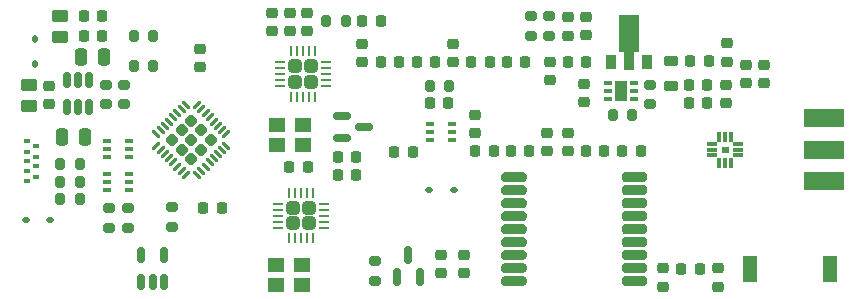
<source format=gbr>
%TF.GenerationSoftware,KiCad,Pcbnew,7.0.5-0*%
%TF.CreationDate,2024-01-25T09:03:23-08:00*%
%TF.ProjectId,transponder-11.9.0,7472616e-7370-46f6-9e64-65722d31312e,rev?*%
%TF.SameCoordinates,Original*%
%TF.FileFunction,Paste,Top*%
%TF.FilePolarity,Positive*%
%FSLAX46Y46*%
G04 Gerber Fmt 4.6, Leading zero omitted, Abs format (unit mm)*
G04 Created by KiCad (PCBNEW 7.0.5-0) date 2024-01-25 09:03:23*
%MOMM*%
%LPD*%
G01*
G04 APERTURE LIST*
G04 Aperture macros list*
%AMRoundRect*
0 Rectangle with rounded corners*
0 $1 Rounding radius*
0 $2 $3 $4 $5 $6 $7 $8 $9 X,Y pos of 4 corners*
0 Add a 4 corners polygon primitive as box body*
4,1,4,$2,$3,$4,$5,$6,$7,$8,$9,$2,$3,0*
0 Add four circle primitives for the rounded corners*
1,1,$1+$1,$2,$3*
1,1,$1+$1,$4,$5*
1,1,$1+$1,$6,$7*
1,1,$1+$1,$8,$9*
0 Add four rect primitives between the rounded corners*
20,1,$1+$1,$2,$3,$4,$5,0*
20,1,$1+$1,$4,$5,$6,$7,0*
20,1,$1+$1,$6,$7,$8,$9,0*
20,1,$1+$1,$8,$9,$2,$3,0*%
%AMFreePoly0*
4,1,9,3.862500,-0.866500,0.737500,-0.866500,0.737500,-0.450000,-0.737500,-0.450000,-0.737500,0.450000,0.737500,0.450000,0.737500,0.866500,3.862500,0.866500,3.862500,-0.866500,3.862500,-0.866500,$1*%
G04 Aperture macros list end*
%ADD10C,0.010000*%
%ADD11C,0.000100*%
%ADD12RoundRect,0.225000X-0.250000X0.225000X-0.250000X-0.225000X0.250000X-0.225000X0.250000X0.225000X0*%
%ADD13R,0.650000X0.400000*%
%ADD14R,0.650000X0.350000*%
%ADD15R,1.100000X1.700000*%
%ADD16RoundRect,0.225000X0.250000X-0.225000X0.250000X0.225000X-0.250000X0.225000X-0.250000X-0.225000X0*%
%ADD17RoundRect,0.225000X-0.225000X-0.250000X0.225000X-0.250000X0.225000X0.250000X-0.225000X0.250000X0*%
%ADD18RoundRect,0.250000X-0.450000X0.262500X-0.450000X-0.262500X0.450000X-0.262500X0.450000X0.262500X0*%
%ADD19RoundRect,0.006600X0.393400X0.103400X-0.393400X0.103400X-0.393400X-0.103400X0.393400X-0.103400X0*%
%ADD20RoundRect,0.017600X0.092400X0.382400X-0.092400X0.382400X-0.092400X-0.382400X0.092400X-0.382400X0*%
%ADD21RoundRect,0.225000X0.225000X0.250000X-0.225000X0.250000X-0.225000X-0.250000X0.225000X-0.250000X0*%
%ADD22RoundRect,0.218750X0.381250X-0.218750X0.381250X0.218750X-0.381250X0.218750X-0.381250X-0.218750X0*%
%ADD23RoundRect,0.200000X0.275000X-0.200000X0.275000X0.200000X-0.275000X0.200000X-0.275000X-0.200000X0*%
%ADD24R,1.400000X1.200000*%
%ADD25RoundRect,0.218750X0.256250X-0.218750X0.256250X0.218750X-0.256250X0.218750X-0.256250X-0.218750X0*%
%ADD26RoundRect,0.218750X-0.218750X-0.256250X0.218750X-0.256250X0.218750X0.256250X-0.218750X0.256250X0*%
%ADD27RoundRect,0.150000X-0.587500X-0.150000X0.587500X-0.150000X0.587500X0.150000X-0.587500X0.150000X0*%
%ADD28RoundRect,0.112500X0.112500X-0.187500X0.112500X0.187500X-0.112500X0.187500X-0.112500X-0.187500X0*%
%ADD29RoundRect,0.200000X-0.275000X0.200000X-0.275000X-0.200000X0.275000X-0.200000X0.275000X0.200000X0*%
%ADD30RoundRect,0.150000X0.150000X-0.587500X0.150000X0.587500X-0.150000X0.587500X-0.150000X-0.587500X0*%
%ADD31R,0.508000X0.304800*%
%ADD32RoundRect,0.200000X0.200000X0.275000X-0.200000X0.275000X-0.200000X-0.275000X0.200000X-0.275000X0*%
%ADD33RoundRect,0.218750X-0.256250X0.218750X-0.256250X-0.218750X0.256250X-0.218750X0.256250X0.218750X0*%
%ADD34RoundRect,0.112500X0.187500X0.112500X-0.187500X0.112500X-0.187500X-0.112500X0.187500X-0.112500X0*%
%ADD35RoundRect,0.200000X-0.200000X-0.275000X0.200000X-0.275000X0.200000X0.275000X-0.200000X0.275000X0*%
%ADD36RoundRect,0.232500X0.328805X0.000000X0.000000X0.328805X-0.328805X0.000000X0.000000X-0.328805X0*%
%ADD37RoundRect,0.062500X0.309359X-0.220971X-0.220971X0.309359X-0.309359X0.220971X0.220971X-0.309359X0*%
%ADD38RoundRect,0.062500X0.309359X0.220971X0.220971X0.309359X-0.309359X-0.220971X-0.220971X-0.309359X0*%
%ADD39RoundRect,0.250000X-0.250000X-0.475000X0.250000X-0.475000X0.250000X0.475000X-0.250000X0.475000X0*%
%ADD40RoundRect,0.250000X0.315000X0.315000X-0.315000X0.315000X-0.315000X-0.315000X0.315000X-0.315000X0*%
%ADD41RoundRect,0.062500X0.362500X0.062500X-0.362500X0.062500X-0.362500X-0.062500X0.362500X-0.062500X0*%
%ADD42RoundRect,0.062500X0.062500X0.362500X-0.062500X0.362500X-0.062500X-0.362500X0.062500X-0.362500X0*%
%ADD43RoundRect,0.150000X0.150000X-0.512500X0.150000X0.512500X-0.150000X0.512500X-0.150000X-0.512500X0*%
%ADD44R,1.168400X2.209800*%
%ADD45R,3.500000X1.500000*%
%ADD46R,0.900000X1.300000*%
%ADD47FreePoly0,90.000000*%
%ADD48RoundRect,0.218750X0.218750X0.256250X-0.218750X0.256250X-0.218750X-0.256250X0.218750X-0.256250X0*%
G04 APERTURE END LIST*
%TO.C,U8*%
D10*
X181280000Y-101440000D02*
X180800000Y-101440000D01*
X180800000Y-100960000D01*
X181280000Y-100960000D01*
X181280000Y-101440000D01*
G36*
X181280000Y-101440000D02*
G01*
X180800000Y-101440000D01*
X180800000Y-100960000D01*
X181280000Y-100960000D01*
X181280000Y-101440000D01*
G37*
%TO.C,U4*%
D11*
X163792000Y-103102000D02*
X163833000Y-103109000D01*
X163874000Y-103120000D01*
X163913000Y-103135000D01*
X163950000Y-103154000D01*
X163985000Y-103176000D01*
X164018000Y-103203000D01*
X164047000Y-103232000D01*
X164074000Y-103265000D01*
X164096000Y-103300000D01*
X164115000Y-103337000D01*
X164130000Y-103376000D01*
X164141000Y-103417000D01*
X164148000Y-103458000D01*
X164150000Y-103500000D01*
X164148000Y-103542000D01*
X164141000Y-103583000D01*
X164130000Y-103624000D01*
X164115000Y-103663000D01*
X164096000Y-103700000D01*
X164074000Y-103735000D01*
X164047000Y-103768000D01*
X164018000Y-103797000D01*
X163985000Y-103824000D01*
X163950000Y-103846000D01*
X163913000Y-103865000D01*
X163874000Y-103880000D01*
X163833000Y-103891000D01*
X163792000Y-103898000D01*
X163750000Y-103900000D01*
X162450000Y-103900000D01*
X162408000Y-103898000D01*
X162367000Y-103891000D01*
X162326000Y-103880000D01*
X162287000Y-103865000D01*
X162250000Y-103846000D01*
X162215000Y-103824000D01*
X162182000Y-103797000D01*
X162153000Y-103768000D01*
X162126000Y-103735000D01*
X162104000Y-103700000D01*
X162085000Y-103663000D01*
X162070000Y-103624000D01*
X162059000Y-103583000D01*
X162052000Y-103542000D01*
X162050000Y-103500000D01*
X162052000Y-103458000D01*
X162059000Y-103417000D01*
X162070000Y-103376000D01*
X162085000Y-103337000D01*
X162104000Y-103300000D01*
X162126000Y-103265000D01*
X162153000Y-103232000D01*
X162182000Y-103203000D01*
X162215000Y-103176000D01*
X162250000Y-103154000D01*
X162287000Y-103135000D01*
X162326000Y-103120000D01*
X162367000Y-103109000D01*
X162408000Y-103102000D01*
X162450000Y-103100000D01*
X163100000Y-103100000D01*
X163750000Y-103100000D01*
X163792000Y-103102000D01*
G36*
X163792000Y-103102000D02*
G01*
X163833000Y-103109000D01*
X163874000Y-103120000D01*
X163913000Y-103135000D01*
X163950000Y-103154000D01*
X163985000Y-103176000D01*
X164018000Y-103203000D01*
X164047000Y-103232000D01*
X164074000Y-103265000D01*
X164096000Y-103300000D01*
X164115000Y-103337000D01*
X164130000Y-103376000D01*
X164141000Y-103417000D01*
X164148000Y-103458000D01*
X164150000Y-103500000D01*
X164148000Y-103542000D01*
X164141000Y-103583000D01*
X164130000Y-103624000D01*
X164115000Y-103663000D01*
X164096000Y-103700000D01*
X164074000Y-103735000D01*
X164047000Y-103768000D01*
X164018000Y-103797000D01*
X163985000Y-103824000D01*
X163950000Y-103846000D01*
X163913000Y-103865000D01*
X163874000Y-103880000D01*
X163833000Y-103891000D01*
X163792000Y-103898000D01*
X163750000Y-103900000D01*
X162450000Y-103900000D01*
X162408000Y-103898000D01*
X162367000Y-103891000D01*
X162326000Y-103880000D01*
X162287000Y-103865000D01*
X162250000Y-103846000D01*
X162215000Y-103824000D01*
X162182000Y-103797000D01*
X162153000Y-103768000D01*
X162126000Y-103735000D01*
X162104000Y-103700000D01*
X162085000Y-103663000D01*
X162070000Y-103624000D01*
X162059000Y-103583000D01*
X162052000Y-103542000D01*
X162050000Y-103500000D01*
X162052000Y-103458000D01*
X162059000Y-103417000D01*
X162070000Y-103376000D01*
X162085000Y-103337000D01*
X162104000Y-103300000D01*
X162126000Y-103265000D01*
X162153000Y-103232000D01*
X162182000Y-103203000D01*
X162215000Y-103176000D01*
X162250000Y-103154000D01*
X162287000Y-103135000D01*
X162326000Y-103120000D01*
X162367000Y-103109000D01*
X162408000Y-103102000D01*
X162450000Y-103100000D01*
X163100000Y-103100000D01*
X163750000Y-103100000D01*
X163792000Y-103102000D01*
G37*
X163792000Y-104202000D02*
X163833000Y-104209000D01*
X163874000Y-104220000D01*
X163913000Y-104235000D01*
X163950000Y-104254000D01*
X163985000Y-104276000D01*
X164018000Y-104303000D01*
X164047000Y-104332000D01*
X164074000Y-104365000D01*
X164096000Y-104400000D01*
X164115000Y-104437000D01*
X164130000Y-104476000D01*
X164141000Y-104517000D01*
X164148000Y-104558000D01*
X164150000Y-104600000D01*
X164148000Y-104642000D01*
X164141000Y-104683000D01*
X164130000Y-104724000D01*
X164115000Y-104763000D01*
X164096000Y-104800000D01*
X164074000Y-104835000D01*
X164047000Y-104868000D01*
X164018000Y-104897000D01*
X163985000Y-104924000D01*
X163950000Y-104946000D01*
X163913000Y-104965000D01*
X163874000Y-104980000D01*
X163833000Y-104991000D01*
X163792000Y-104998000D01*
X163750000Y-105000000D01*
X162450000Y-105000000D01*
X162408000Y-104998000D01*
X162367000Y-104991000D01*
X162326000Y-104980000D01*
X162287000Y-104965000D01*
X162250000Y-104946000D01*
X162215000Y-104924000D01*
X162182000Y-104897000D01*
X162153000Y-104868000D01*
X162126000Y-104835000D01*
X162104000Y-104800000D01*
X162085000Y-104763000D01*
X162070000Y-104724000D01*
X162059000Y-104683000D01*
X162052000Y-104642000D01*
X162050000Y-104600000D01*
X162052000Y-104558000D01*
X162059000Y-104517000D01*
X162070000Y-104476000D01*
X162085000Y-104437000D01*
X162104000Y-104400000D01*
X162126000Y-104365000D01*
X162153000Y-104332000D01*
X162182000Y-104303000D01*
X162215000Y-104276000D01*
X162250000Y-104254000D01*
X162287000Y-104235000D01*
X162326000Y-104220000D01*
X162367000Y-104209000D01*
X162408000Y-104202000D01*
X162450000Y-104200000D01*
X163100000Y-104200000D01*
X163750000Y-104200000D01*
X163792000Y-104202000D01*
G36*
X163792000Y-104202000D02*
G01*
X163833000Y-104209000D01*
X163874000Y-104220000D01*
X163913000Y-104235000D01*
X163950000Y-104254000D01*
X163985000Y-104276000D01*
X164018000Y-104303000D01*
X164047000Y-104332000D01*
X164074000Y-104365000D01*
X164096000Y-104400000D01*
X164115000Y-104437000D01*
X164130000Y-104476000D01*
X164141000Y-104517000D01*
X164148000Y-104558000D01*
X164150000Y-104600000D01*
X164148000Y-104642000D01*
X164141000Y-104683000D01*
X164130000Y-104724000D01*
X164115000Y-104763000D01*
X164096000Y-104800000D01*
X164074000Y-104835000D01*
X164047000Y-104868000D01*
X164018000Y-104897000D01*
X163985000Y-104924000D01*
X163950000Y-104946000D01*
X163913000Y-104965000D01*
X163874000Y-104980000D01*
X163833000Y-104991000D01*
X163792000Y-104998000D01*
X163750000Y-105000000D01*
X162450000Y-105000000D01*
X162408000Y-104998000D01*
X162367000Y-104991000D01*
X162326000Y-104980000D01*
X162287000Y-104965000D01*
X162250000Y-104946000D01*
X162215000Y-104924000D01*
X162182000Y-104897000D01*
X162153000Y-104868000D01*
X162126000Y-104835000D01*
X162104000Y-104800000D01*
X162085000Y-104763000D01*
X162070000Y-104724000D01*
X162059000Y-104683000D01*
X162052000Y-104642000D01*
X162050000Y-104600000D01*
X162052000Y-104558000D01*
X162059000Y-104517000D01*
X162070000Y-104476000D01*
X162085000Y-104437000D01*
X162104000Y-104400000D01*
X162126000Y-104365000D01*
X162153000Y-104332000D01*
X162182000Y-104303000D01*
X162215000Y-104276000D01*
X162250000Y-104254000D01*
X162287000Y-104235000D01*
X162326000Y-104220000D01*
X162367000Y-104209000D01*
X162408000Y-104202000D01*
X162450000Y-104200000D01*
X163100000Y-104200000D01*
X163750000Y-104200000D01*
X163792000Y-104202000D01*
G37*
X163792000Y-105302000D02*
X163833000Y-105309000D01*
X163874000Y-105320000D01*
X163913000Y-105335000D01*
X163950000Y-105354000D01*
X163985000Y-105376000D01*
X164018000Y-105403000D01*
X164047000Y-105432000D01*
X164074000Y-105465000D01*
X164096000Y-105500000D01*
X164115000Y-105537000D01*
X164130000Y-105576000D01*
X164141000Y-105617000D01*
X164148000Y-105658000D01*
X164150000Y-105700000D01*
X164148000Y-105742000D01*
X164141000Y-105783000D01*
X164130000Y-105824000D01*
X164115000Y-105863000D01*
X164096000Y-105900000D01*
X164074000Y-105935000D01*
X164047000Y-105968000D01*
X164018000Y-105997000D01*
X163985000Y-106024000D01*
X163950000Y-106046000D01*
X163913000Y-106065000D01*
X163874000Y-106080000D01*
X163833000Y-106091000D01*
X163792000Y-106098000D01*
X163750000Y-106100000D01*
X162450000Y-106100000D01*
X162408000Y-106098000D01*
X162367000Y-106091000D01*
X162326000Y-106080000D01*
X162287000Y-106065000D01*
X162250000Y-106046000D01*
X162215000Y-106024000D01*
X162182000Y-105997000D01*
X162153000Y-105968000D01*
X162126000Y-105935000D01*
X162104000Y-105900000D01*
X162085000Y-105863000D01*
X162070000Y-105824000D01*
X162059000Y-105783000D01*
X162052000Y-105742000D01*
X162050000Y-105700000D01*
X162052000Y-105658000D01*
X162059000Y-105617000D01*
X162070000Y-105576000D01*
X162085000Y-105537000D01*
X162104000Y-105500000D01*
X162126000Y-105465000D01*
X162153000Y-105432000D01*
X162182000Y-105403000D01*
X162215000Y-105376000D01*
X162250000Y-105354000D01*
X162287000Y-105335000D01*
X162326000Y-105320000D01*
X162367000Y-105309000D01*
X162408000Y-105302000D01*
X162450000Y-105300000D01*
X163100000Y-105300000D01*
X163750000Y-105300000D01*
X163792000Y-105302000D01*
G36*
X163792000Y-105302000D02*
G01*
X163833000Y-105309000D01*
X163874000Y-105320000D01*
X163913000Y-105335000D01*
X163950000Y-105354000D01*
X163985000Y-105376000D01*
X164018000Y-105403000D01*
X164047000Y-105432000D01*
X164074000Y-105465000D01*
X164096000Y-105500000D01*
X164115000Y-105537000D01*
X164130000Y-105576000D01*
X164141000Y-105617000D01*
X164148000Y-105658000D01*
X164150000Y-105700000D01*
X164148000Y-105742000D01*
X164141000Y-105783000D01*
X164130000Y-105824000D01*
X164115000Y-105863000D01*
X164096000Y-105900000D01*
X164074000Y-105935000D01*
X164047000Y-105968000D01*
X164018000Y-105997000D01*
X163985000Y-106024000D01*
X163950000Y-106046000D01*
X163913000Y-106065000D01*
X163874000Y-106080000D01*
X163833000Y-106091000D01*
X163792000Y-106098000D01*
X163750000Y-106100000D01*
X162450000Y-106100000D01*
X162408000Y-106098000D01*
X162367000Y-106091000D01*
X162326000Y-106080000D01*
X162287000Y-106065000D01*
X162250000Y-106046000D01*
X162215000Y-106024000D01*
X162182000Y-105997000D01*
X162153000Y-105968000D01*
X162126000Y-105935000D01*
X162104000Y-105900000D01*
X162085000Y-105863000D01*
X162070000Y-105824000D01*
X162059000Y-105783000D01*
X162052000Y-105742000D01*
X162050000Y-105700000D01*
X162052000Y-105658000D01*
X162059000Y-105617000D01*
X162070000Y-105576000D01*
X162085000Y-105537000D01*
X162104000Y-105500000D01*
X162126000Y-105465000D01*
X162153000Y-105432000D01*
X162182000Y-105403000D01*
X162215000Y-105376000D01*
X162250000Y-105354000D01*
X162287000Y-105335000D01*
X162326000Y-105320000D01*
X162367000Y-105309000D01*
X162408000Y-105302000D01*
X162450000Y-105300000D01*
X163100000Y-105300000D01*
X163750000Y-105300000D01*
X163792000Y-105302000D01*
G37*
X163792000Y-106402000D02*
X163833000Y-106409000D01*
X163874000Y-106420000D01*
X163913000Y-106435000D01*
X163950000Y-106454000D01*
X163985000Y-106476000D01*
X164018000Y-106503000D01*
X164047000Y-106532000D01*
X164074000Y-106565000D01*
X164096000Y-106600000D01*
X164115000Y-106637000D01*
X164130000Y-106676000D01*
X164141000Y-106717000D01*
X164148000Y-106758000D01*
X164150000Y-106800000D01*
X164148000Y-106842000D01*
X164141000Y-106883000D01*
X164130000Y-106924000D01*
X164115000Y-106963000D01*
X164096000Y-107000000D01*
X164074000Y-107035000D01*
X164047000Y-107068000D01*
X164018000Y-107097000D01*
X163985000Y-107124000D01*
X163950000Y-107146000D01*
X163913000Y-107165000D01*
X163874000Y-107180000D01*
X163833000Y-107191000D01*
X163792000Y-107198000D01*
X163750000Y-107200000D01*
X162450000Y-107200000D01*
X162408000Y-107198000D01*
X162367000Y-107191000D01*
X162326000Y-107180000D01*
X162287000Y-107165000D01*
X162250000Y-107146000D01*
X162215000Y-107124000D01*
X162182000Y-107097000D01*
X162153000Y-107068000D01*
X162126000Y-107035000D01*
X162104000Y-107000000D01*
X162085000Y-106963000D01*
X162070000Y-106924000D01*
X162059000Y-106883000D01*
X162052000Y-106842000D01*
X162050000Y-106800000D01*
X162052000Y-106758000D01*
X162059000Y-106717000D01*
X162070000Y-106676000D01*
X162085000Y-106637000D01*
X162104000Y-106600000D01*
X162126000Y-106565000D01*
X162153000Y-106532000D01*
X162182000Y-106503000D01*
X162215000Y-106476000D01*
X162250000Y-106454000D01*
X162287000Y-106435000D01*
X162326000Y-106420000D01*
X162367000Y-106409000D01*
X162408000Y-106402000D01*
X162450000Y-106400000D01*
X163100000Y-106400000D01*
X163750000Y-106400000D01*
X163792000Y-106402000D01*
G36*
X163792000Y-106402000D02*
G01*
X163833000Y-106409000D01*
X163874000Y-106420000D01*
X163913000Y-106435000D01*
X163950000Y-106454000D01*
X163985000Y-106476000D01*
X164018000Y-106503000D01*
X164047000Y-106532000D01*
X164074000Y-106565000D01*
X164096000Y-106600000D01*
X164115000Y-106637000D01*
X164130000Y-106676000D01*
X164141000Y-106717000D01*
X164148000Y-106758000D01*
X164150000Y-106800000D01*
X164148000Y-106842000D01*
X164141000Y-106883000D01*
X164130000Y-106924000D01*
X164115000Y-106963000D01*
X164096000Y-107000000D01*
X164074000Y-107035000D01*
X164047000Y-107068000D01*
X164018000Y-107097000D01*
X163985000Y-107124000D01*
X163950000Y-107146000D01*
X163913000Y-107165000D01*
X163874000Y-107180000D01*
X163833000Y-107191000D01*
X163792000Y-107198000D01*
X163750000Y-107200000D01*
X162450000Y-107200000D01*
X162408000Y-107198000D01*
X162367000Y-107191000D01*
X162326000Y-107180000D01*
X162287000Y-107165000D01*
X162250000Y-107146000D01*
X162215000Y-107124000D01*
X162182000Y-107097000D01*
X162153000Y-107068000D01*
X162126000Y-107035000D01*
X162104000Y-107000000D01*
X162085000Y-106963000D01*
X162070000Y-106924000D01*
X162059000Y-106883000D01*
X162052000Y-106842000D01*
X162050000Y-106800000D01*
X162052000Y-106758000D01*
X162059000Y-106717000D01*
X162070000Y-106676000D01*
X162085000Y-106637000D01*
X162104000Y-106600000D01*
X162126000Y-106565000D01*
X162153000Y-106532000D01*
X162182000Y-106503000D01*
X162215000Y-106476000D01*
X162250000Y-106454000D01*
X162287000Y-106435000D01*
X162326000Y-106420000D01*
X162367000Y-106409000D01*
X162408000Y-106402000D01*
X162450000Y-106400000D01*
X163100000Y-106400000D01*
X163750000Y-106400000D01*
X163792000Y-106402000D01*
G37*
X163792000Y-107502000D02*
X163833000Y-107509000D01*
X163874000Y-107520000D01*
X163913000Y-107535000D01*
X163950000Y-107554000D01*
X163985000Y-107576000D01*
X164018000Y-107603000D01*
X164047000Y-107632000D01*
X164074000Y-107665000D01*
X164096000Y-107700000D01*
X164115000Y-107737000D01*
X164130000Y-107776000D01*
X164141000Y-107817000D01*
X164148000Y-107858000D01*
X164150000Y-107900000D01*
X164148000Y-107942000D01*
X164141000Y-107983000D01*
X164130000Y-108024000D01*
X164115000Y-108063000D01*
X164096000Y-108100000D01*
X164074000Y-108135000D01*
X164047000Y-108168000D01*
X164018000Y-108197000D01*
X163985000Y-108224000D01*
X163950000Y-108246000D01*
X163913000Y-108265000D01*
X163874000Y-108280000D01*
X163833000Y-108291000D01*
X163792000Y-108298000D01*
X163750000Y-108300000D01*
X162450000Y-108300000D01*
X162408000Y-108298000D01*
X162367000Y-108291000D01*
X162326000Y-108280000D01*
X162287000Y-108265000D01*
X162250000Y-108246000D01*
X162215000Y-108224000D01*
X162182000Y-108197000D01*
X162153000Y-108168000D01*
X162126000Y-108135000D01*
X162104000Y-108100000D01*
X162085000Y-108063000D01*
X162070000Y-108024000D01*
X162059000Y-107983000D01*
X162052000Y-107942000D01*
X162050000Y-107900000D01*
X162052000Y-107858000D01*
X162059000Y-107817000D01*
X162070000Y-107776000D01*
X162085000Y-107737000D01*
X162104000Y-107700000D01*
X162126000Y-107665000D01*
X162153000Y-107632000D01*
X162182000Y-107603000D01*
X162215000Y-107576000D01*
X162250000Y-107554000D01*
X162287000Y-107535000D01*
X162326000Y-107520000D01*
X162367000Y-107509000D01*
X162408000Y-107502000D01*
X162450000Y-107500000D01*
X163100000Y-107500000D01*
X163750000Y-107500000D01*
X163792000Y-107502000D01*
G36*
X163792000Y-107502000D02*
G01*
X163833000Y-107509000D01*
X163874000Y-107520000D01*
X163913000Y-107535000D01*
X163950000Y-107554000D01*
X163985000Y-107576000D01*
X164018000Y-107603000D01*
X164047000Y-107632000D01*
X164074000Y-107665000D01*
X164096000Y-107700000D01*
X164115000Y-107737000D01*
X164130000Y-107776000D01*
X164141000Y-107817000D01*
X164148000Y-107858000D01*
X164150000Y-107900000D01*
X164148000Y-107942000D01*
X164141000Y-107983000D01*
X164130000Y-108024000D01*
X164115000Y-108063000D01*
X164096000Y-108100000D01*
X164074000Y-108135000D01*
X164047000Y-108168000D01*
X164018000Y-108197000D01*
X163985000Y-108224000D01*
X163950000Y-108246000D01*
X163913000Y-108265000D01*
X163874000Y-108280000D01*
X163833000Y-108291000D01*
X163792000Y-108298000D01*
X163750000Y-108300000D01*
X162450000Y-108300000D01*
X162408000Y-108298000D01*
X162367000Y-108291000D01*
X162326000Y-108280000D01*
X162287000Y-108265000D01*
X162250000Y-108246000D01*
X162215000Y-108224000D01*
X162182000Y-108197000D01*
X162153000Y-108168000D01*
X162126000Y-108135000D01*
X162104000Y-108100000D01*
X162085000Y-108063000D01*
X162070000Y-108024000D01*
X162059000Y-107983000D01*
X162052000Y-107942000D01*
X162050000Y-107900000D01*
X162052000Y-107858000D01*
X162059000Y-107817000D01*
X162070000Y-107776000D01*
X162085000Y-107737000D01*
X162104000Y-107700000D01*
X162126000Y-107665000D01*
X162153000Y-107632000D01*
X162182000Y-107603000D01*
X162215000Y-107576000D01*
X162250000Y-107554000D01*
X162287000Y-107535000D01*
X162326000Y-107520000D01*
X162367000Y-107509000D01*
X162408000Y-107502000D01*
X162450000Y-107500000D01*
X163100000Y-107500000D01*
X163750000Y-107500000D01*
X163792000Y-107502000D01*
G37*
X163792000Y-108602000D02*
X163833000Y-108609000D01*
X163874000Y-108620000D01*
X163913000Y-108635000D01*
X163950000Y-108654000D01*
X163985000Y-108676000D01*
X164018000Y-108703000D01*
X164047000Y-108732000D01*
X164074000Y-108765000D01*
X164096000Y-108800000D01*
X164115000Y-108837000D01*
X164130000Y-108876000D01*
X164141000Y-108917000D01*
X164148000Y-108958000D01*
X164150000Y-109000000D01*
X164148000Y-109042000D01*
X164141000Y-109083000D01*
X164130000Y-109124000D01*
X164115000Y-109163000D01*
X164096000Y-109200000D01*
X164074000Y-109235000D01*
X164047000Y-109268000D01*
X164018000Y-109297000D01*
X163985000Y-109324000D01*
X163950000Y-109346000D01*
X163913000Y-109365000D01*
X163874000Y-109380000D01*
X163833000Y-109391000D01*
X163792000Y-109398000D01*
X163750000Y-109400000D01*
X162450000Y-109400000D01*
X162408000Y-109398000D01*
X162367000Y-109391000D01*
X162326000Y-109380000D01*
X162287000Y-109365000D01*
X162250000Y-109346000D01*
X162215000Y-109324000D01*
X162182000Y-109297000D01*
X162153000Y-109268000D01*
X162126000Y-109235000D01*
X162104000Y-109200000D01*
X162085000Y-109163000D01*
X162070000Y-109124000D01*
X162059000Y-109083000D01*
X162052000Y-109042000D01*
X162050000Y-109000000D01*
X162052000Y-108958000D01*
X162059000Y-108917000D01*
X162070000Y-108876000D01*
X162085000Y-108837000D01*
X162104000Y-108800000D01*
X162126000Y-108765000D01*
X162153000Y-108732000D01*
X162182000Y-108703000D01*
X162215000Y-108676000D01*
X162250000Y-108654000D01*
X162287000Y-108635000D01*
X162326000Y-108620000D01*
X162367000Y-108609000D01*
X162408000Y-108602000D01*
X162450000Y-108600000D01*
X163100000Y-108600000D01*
X163750000Y-108600000D01*
X163792000Y-108602000D01*
G36*
X163792000Y-108602000D02*
G01*
X163833000Y-108609000D01*
X163874000Y-108620000D01*
X163913000Y-108635000D01*
X163950000Y-108654000D01*
X163985000Y-108676000D01*
X164018000Y-108703000D01*
X164047000Y-108732000D01*
X164074000Y-108765000D01*
X164096000Y-108800000D01*
X164115000Y-108837000D01*
X164130000Y-108876000D01*
X164141000Y-108917000D01*
X164148000Y-108958000D01*
X164150000Y-109000000D01*
X164148000Y-109042000D01*
X164141000Y-109083000D01*
X164130000Y-109124000D01*
X164115000Y-109163000D01*
X164096000Y-109200000D01*
X164074000Y-109235000D01*
X164047000Y-109268000D01*
X164018000Y-109297000D01*
X163985000Y-109324000D01*
X163950000Y-109346000D01*
X163913000Y-109365000D01*
X163874000Y-109380000D01*
X163833000Y-109391000D01*
X163792000Y-109398000D01*
X163750000Y-109400000D01*
X162450000Y-109400000D01*
X162408000Y-109398000D01*
X162367000Y-109391000D01*
X162326000Y-109380000D01*
X162287000Y-109365000D01*
X162250000Y-109346000D01*
X162215000Y-109324000D01*
X162182000Y-109297000D01*
X162153000Y-109268000D01*
X162126000Y-109235000D01*
X162104000Y-109200000D01*
X162085000Y-109163000D01*
X162070000Y-109124000D01*
X162059000Y-109083000D01*
X162052000Y-109042000D01*
X162050000Y-109000000D01*
X162052000Y-108958000D01*
X162059000Y-108917000D01*
X162070000Y-108876000D01*
X162085000Y-108837000D01*
X162104000Y-108800000D01*
X162126000Y-108765000D01*
X162153000Y-108732000D01*
X162182000Y-108703000D01*
X162215000Y-108676000D01*
X162250000Y-108654000D01*
X162287000Y-108635000D01*
X162326000Y-108620000D01*
X162367000Y-108609000D01*
X162408000Y-108602000D01*
X162450000Y-108600000D01*
X163100000Y-108600000D01*
X163750000Y-108600000D01*
X163792000Y-108602000D01*
G37*
X163792000Y-109702000D02*
X163833000Y-109709000D01*
X163874000Y-109720000D01*
X163913000Y-109735000D01*
X163950000Y-109754000D01*
X163985000Y-109776000D01*
X164018000Y-109803000D01*
X164047000Y-109832000D01*
X164074000Y-109865000D01*
X164096000Y-109900000D01*
X164115000Y-109937000D01*
X164130000Y-109976000D01*
X164141000Y-110017000D01*
X164148000Y-110058000D01*
X164150000Y-110100000D01*
X164148000Y-110142000D01*
X164141000Y-110183000D01*
X164130000Y-110224000D01*
X164115000Y-110263000D01*
X164096000Y-110300000D01*
X164074000Y-110335000D01*
X164047000Y-110368000D01*
X164018000Y-110397000D01*
X163985000Y-110424000D01*
X163950000Y-110446000D01*
X163913000Y-110465000D01*
X163874000Y-110480000D01*
X163833000Y-110491000D01*
X163792000Y-110498000D01*
X163750000Y-110500000D01*
X162450000Y-110500000D01*
X162408000Y-110498000D01*
X162367000Y-110491000D01*
X162326000Y-110480000D01*
X162287000Y-110465000D01*
X162250000Y-110446000D01*
X162215000Y-110424000D01*
X162182000Y-110397000D01*
X162153000Y-110368000D01*
X162126000Y-110335000D01*
X162104000Y-110300000D01*
X162085000Y-110263000D01*
X162070000Y-110224000D01*
X162059000Y-110183000D01*
X162052000Y-110142000D01*
X162050000Y-110100000D01*
X162052000Y-110058000D01*
X162059000Y-110017000D01*
X162070000Y-109976000D01*
X162085000Y-109937000D01*
X162104000Y-109900000D01*
X162126000Y-109865000D01*
X162153000Y-109832000D01*
X162182000Y-109803000D01*
X162215000Y-109776000D01*
X162250000Y-109754000D01*
X162287000Y-109735000D01*
X162326000Y-109720000D01*
X162367000Y-109709000D01*
X162408000Y-109702000D01*
X162450000Y-109700000D01*
X163100000Y-109700000D01*
X163750000Y-109700000D01*
X163792000Y-109702000D01*
G36*
X163792000Y-109702000D02*
G01*
X163833000Y-109709000D01*
X163874000Y-109720000D01*
X163913000Y-109735000D01*
X163950000Y-109754000D01*
X163985000Y-109776000D01*
X164018000Y-109803000D01*
X164047000Y-109832000D01*
X164074000Y-109865000D01*
X164096000Y-109900000D01*
X164115000Y-109937000D01*
X164130000Y-109976000D01*
X164141000Y-110017000D01*
X164148000Y-110058000D01*
X164150000Y-110100000D01*
X164148000Y-110142000D01*
X164141000Y-110183000D01*
X164130000Y-110224000D01*
X164115000Y-110263000D01*
X164096000Y-110300000D01*
X164074000Y-110335000D01*
X164047000Y-110368000D01*
X164018000Y-110397000D01*
X163985000Y-110424000D01*
X163950000Y-110446000D01*
X163913000Y-110465000D01*
X163874000Y-110480000D01*
X163833000Y-110491000D01*
X163792000Y-110498000D01*
X163750000Y-110500000D01*
X162450000Y-110500000D01*
X162408000Y-110498000D01*
X162367000Y-110491000D01*
X162326000Y-110480000D01*
X162287000Y-110465000D01*
X162250000Y-110446000D01*
X162215000Y-110424000D01*
X162182000Y-110397000D01*
X162153000Y-110368000D01*
X162126000Y-110335000D01*
X162104000Y-110300000D01*
X162085000Y-110263000D01*
X162070000Y-110224000D01*
X162059000Y-110183000D01*
X162052000Y-110142000D01*
X162050000Y-110100000D01*
X162052000Y-110058000D01*
X162059000Y-110017000D01*
X162070000Y-109976000D01*
X162085000Y-109937000D01*
X162104000Y-109900000D01*
X162126000Y-109865000D01*
X162153000Y-109832000D01*
X162182000Y-109803000D01*
X162215000Y-109776000D01*
X162250000Y-109754000D01*
X162287000Y-109735000D01*
X162326000Y-109720000D01*
X162367000Y-109709000D01*
X162408000Y-109702000D01*
X162450000Y-109700000D01*
X163100000Y-109700000D01*
X163750000Y-109700000D01*
X163792000Y-109702000D01*
G37*
X163792000Y-110802000D02*
X163833000Y-110809000D01*
X163874000Y-110820000D01*
X163913000Y-110835000D01*
X163950000Y-110854000D01*
X163985000Y-110876000D01*
X164018000Y-110903000D01*
X164047000Y-110932000D01*
X164074000Y-110965000D01*
X164096000Y-111000000D01*
X164115000Y-111037000D01*
X164130000Y-111076000D01*
X164141000Y-111117000D01*
X164148000Y-111158000D01*
X164150000Y-111200000D01*
X164148000Y-111242000D01*
X164141000Y-111283000D01*
X164130000Y-111324000D01*
X164115000Y-111363000D01*
X164096000Y-111400000D01*
X164074000Y-111435000D01*
X164047000Y-111468000D01*
X164018000Y-111497000D01*
X163985000Y-111524000D01*
X163950000Y-111546000D01*
X163913000Y-111565000D01*
X163874000Y-111580000D01*
X163833000Y-111591000D01*
X163792000Y-111598000D01*
X163750000Y-111600000D01*
X162450000Y-111600000D01*
X162408000Y-111598000D01*
X162367000Y-111591000D01*
X162326000Y-111580000D01*
X162287000Y-111565000D01*
X162250000Y-111546000D01*
X162215000Y-111524000D01*
X162182000Y-111497000D01*
X162153000Y-111468000D01*
X162126000Y-111435000D01*
X162104000Y-111400000D01*
X162085000Y-111363000D01*
X162070000Y-111324000D01*
X162059000Y-111283000D01*
X162052000Y-111242000D01*
X162050000Y-111200000D01*
X162052000Y-111158000D01*
X162059000Y-111117000D01*
X162070000Y-111076000D01*
X162085000Y-111037000D01*
X162104000Y-111000000D01*
X162126000Y-110965000D01*
X162153000Y-110932000D01*
X162182000Y-110903000D01*
X162215000Y-110876000D01*
X162250000Y-110854000D01*
X162287000Y-110835000D01*
X162326000Y-110820000D01*
X162367000Y-110809000D01*
X162408000Y-110802000D01*
X162450000Y-110800000D01*
X163100000Y-110800000D01*
X163750000Y-110800000D01*
X163792000Y-110802000D01*
G36*
X163792000Y-110802000D02*
G01*
X163833000Y-110809000D01*
X163874000Y-110820000D01*
X163913000Y-110835000D01*
X163950000Y-110854000D01*
X163985000Y-110876000D01*
X164018000Y-110903000D01*
X164047000Y-110932000D01*
X164074000Y-110965000D01*
X164096000Y-111000000D01*
X164115000Y-111037000D01*
X164130000Y-111076000D01*
X164141000Y-111117000D01*
X164148000Y-111158000D01*
X164150000Y-111200000D01*
X164148000Y-111242000D01*
X164141000Y-111283000D01*
X164130000Y-111324000D01*
X164115000Y-111363000D01*
X164096000Y-111400000D01*
X164074000Y-111435000D01*
X164047000Y-111468000D01*
X164018000Y-111497000D01*
X163985000Y-111524000D01*
X163950000Y-111546000D01*
X163913000Y-111565000D01*
X163874000Y-111580000D01*
X163833000Y-111591000D01*
X163792000Y-111598000D01*
X163750000Y-111600000D01*
X162450000Y-111600000D01*
X162408000Y-111598000D01*
X162367000Y-111591000D01*
X162326000Y-111580000D01*
X162287000Y-111565000D01*
X162250000Y-111546000D01*
X162215000Y-111524000D01*
X162182000Y-111497000D01*
X162153000Y-111468000D01*
X162126000Y-111435000D01*
X162104000Y-111400000D01*
X162085000Y-111363000D01*
X162070000Y-111324000D01*
X162059000Y-111283000D01*
X162052000Y-111242000D01*
X162050000Y-111200000D01*
X162052000Y-111158000D01*
X162059000Y-111117000D01*
X162070000Y-111076000D01*
X162085000Y-111037000D01*
X162104000Y-111000000D01*
X162126000Y-110965000D01*
X162153000Y-110932000D01*
X162182000Y-110903000D01*
X162215000Y-110876000D01*
X162250000Y-110854000D01*
X162287000Y-110835000D01*
X162326000Y-110820000D01*
X162367000Y-110809000D01*
X162408000Y-110802000D01*
X162450000Y-110800000D01*
X163100000Y-110800000D01*
X163750000Y-110800000D01*
X163792000Y-110802000D01*
G37*
X163792000Y-111902000D02*
X163833000Y-111909000D01*
X163874000Y-111920000D01*
X163913000Y-111935000D01*
X163950000Y-111954000D01*
X163985000Y-111976000D01*
X164018000Y-112003000D01*
X164047000Y-112032000D01*
X164074000Y-112065000D01*
X164096000Y-112100000D01*
X164115000Y-112137000D01*
X164130000Y-112176000D01*
X164141000Y-112217000D01*
X164148000Y-112258000D01*
X164150000Y-112300000D01*
X164148000Y-112342000D01*
X164141000Y-112383000D01*
X164130000Y-112424000D01*
X164115000Y-112463000D01*
X164096000Y-112500000D01*
X164074000Y-112535000D01*
X164047000Y-112568000D01*
X164018000Y-112597000D01*
X163985000Y-112624000D01*
X163950000Y-112646000D01*
X163913000Y-112665000D01*
X163874000Y-112680000D01*
X163833000Y-112691000D01*
X163792000Y-112698000D01*
X163750000Y-112700000D01*
X162450000Y-112700000D01*
X162408000Y-112698000D01*
X162367000Y-112691000D01*
X162326000Y-112680000D01*
X162287000Y-112665000D01*
X162250000Y-112646000D01*
X162215000Y-112624000D01*
X162182000Y-112597000D01*
X162153000Y-112568000D01*
X162126000Y-112535000D01*
X162104000Y-112500000D01*
X162085000Y-112463000D01*
X162070000Y-112424000D01*
X162059000Y-112383000D01*
X162052000Y-112342000D01*
X162050000Y-112300000D01*
X162052000Y-112258000D01*
X162059000Y-112217000D01*
X162070000Y-112176000D01*
X162085000Y-112137000D01*
X162104000Y-112100000D01*
X162126000Y-112065000D01*
X162153000Y-112032000D01*
X162182000Y-112003000D01*
X162215000Y-111976000D01*
X162250000Y-111954000D01*
X162287000Y-111935000D01*
X162326000Y-111920000D01*
X162367000Y-111909000D01*
X162408000Y-111902000D01*
X162450000Y-111900000D01*
X163100000Y-111900000D01*
X163750000Y-111900000D01*
X163792000Y-111902000D01*
G36*
X163792000Y-111902000D02*
G01*
X163833000Y-111909000D01*
X163874000Y-111920000D01*
X163913000Y-111935000D01*
X163950000Y-111954000D01*
X163985000Y-111976000D01*
X164018000Y-112003000D01*
X164047000Y-112032000D01*
X164074000Y-112065000D01*
X164096000Y-112100000D01*
X164115000Y-112137000D01*
X164130000Y-112176000D01*
X164141000Y-112217000D01*
X164148000Y-112258000D01*
X164150000Y-112300000D01*
X164148000Y-112342000D01*
X164141000Y-112383000D01*
X164130000Y-112424000D01*
X164115000Y-112463000D01*
X164096000Y-112500000D01*
X164074000Y-112535000D01*
X164047000Y-112568000D01*
X164018000Y-112597000D01*
X163985000Y-112624000D01*
X163950000Y-112646000D01*
X163913000Y-112665000D01*
X163874000Y-112680000D01*
X163833000Y-112691000D01*
X163792000Y-112698000D01*
X163750000Y-112700000D01*
X162450000Y-112700000D01*
X162408000Y-112698000D01*
X162367000Y-112691000D01*
X162326000Y-112680000D01*
X162287000Y-112665000D01*
X162250000Y-112646000D01*
X162215000Y-112624000D01*
X162182000Y-112597000D01*
X162153000Y-112568000D01*
X162126000Y-112535000D01*
X162104000Y-112500000D01*
X162085000Y-112463000D01*
X162070000Y-112424000D01*
X162059000Y-112383000D01*
X162052000Y-112342000D01*
X162050000Y-112300000D01*
X162052000Y-112258000D01*
X162059000Y-112217000D01*
X162070000Y-112176000D01*
X162085000Y-112137000D01*
X162104000Y-112100000D01*
X162126000Y-112065000D01*
X162153000Y-112032000D01*
X162182000Y-112003000D01*
X162215000Y-111976000D01*
X162250000Y-111954000D01*
X162287000Y-111935000D01*
X162326000Y-111920000D01*
X162367000Y-111909000D01*
X162408000Y-111902000D01*
X162450000Y-111900000D01*
X163100000Y-111900000D01*
X163750000Y-111900000D01*
X163792000Y-111902000D01*
G37*
X173992000Y-103102000D02*
X174033000Y-103109000D01*
X174074000Y-103120000D01*
X174113000Y-103135000D01*
X174150000Y-103154000D01*
X174185000Y-103176000D01*
X174218000Y-103203000D01*
X174247000Y-103232000D01*
X174274000Y-103265000D01*
X174296000Y-103300000D01*
X174315000Y-103337000D01*
X174330000Y-103376000D01*
X174341000Y-103417000D01*
X174348000Y-103458000D01*
X174350000Y-103500000D01*
X174348000Y-103542000D01*
X174341000Y-103583000D01*
X174330000Y-103624000D01*
X174315000Y-103663000D01*
X174296000Y-103700000D01*
X174274000Y-103735000D01*
X174247000Y-103768000D01*
X174218000Y-103797000D01*
X174185000Y-103824000D01*
X174150000Y-103846000D01*
X174113000Y-103865000D01*
X174074000Y-103880000D01*
X174033000Y-103891000D01*
X173992000Y-103898000D01*
X173950000Y-103900000D01*
X172650000Y-103900000D01*
X172608000Y-103898000D01*
X172567000Y-103891000D01*
X172526000Y-103880000D01*
X172487000Y-103865000D01*
X172450000Y-103846000D01*
X172415000Y-103824000D01*
X172382000Y-103797000D01*
X172353000Y-103768000D01*
X172326000Y-103735000D01*
X172304000Y-103700000D01*
X172285000Y-103663000D01*
X172270000Y-103624000D01*
X172259000Y-103583000D01*
X172252000Y-103542000D01*
X172250000Y-103500000D01*
X172252000Y-103458000D01*
X172259000Y-103417000D01*
X172270000Y-103376000D01*
X172285000Y-103337000D01*
X172304000Y-103300000D01*
X172326000Y-103265000D01*
X172353000Y-103232000D01*
X172382000Y-103203000D01*
X172415000Y-103176000D01*
X172450000Y-103154000D01*
X172487000Y-103135000D01*
X172526000Y-103120000D01*
X172567000Y-103109000D01*
X172608000Y-103102000D01*
X172650000Y-103100000D01*
X173300000Y-103100000D01*
X173950000Y-103100000D01*
X173992000Y-103102000D01*
G36*
X173992000Y-103102000D02*
G01*
X174033000Y-103109000D01*
X174074000Y-103120000D01*
X174113000Y-103135000D01*
X174150000Y-103154000D01*
X174185000Y-103176000D01*
X174218000Y-103203000D01*
X174247000Y-103232000D01*
X174274000Y-103265000D01*
X174296000Y-103300000D01*
X174315000Y-103337000D01*
X174330000Y-103376000D01*
X174341000Y-103417000D01*
X174348000Y-103458000D01*
X174350000Y-103500000D01*
X174348000Y-103542000D01*
X174341000Y-103583000D01*
X174330000Y-103624000D01*
X174315000Y-103663000D01*
X174296000Y-103700000D01*
X174274000Y-103735000D01*
X174247000Y-103768000D01*
X174218000Y-103797000D01*
X174185000Y-103824000D01*
X174150000Y-103846000D01*
X174113000Y-103865000D01*
X174074000Y-103880000D01*
X174033000Y-103891000D01*
X173992000Y-103898000D01*
X173950000Y-103900000D01*
X172650000Y-103900000D01*
X172608000Y-103898000D01*
X172567000Y-103891000D01*
X172526000Y-103880000D01*
X172487000Y-103865000D01*
X172450000Y-103846000D01*
X172415000Y-103824000D01*
X172382000Y-103797000D01*
X172353000Y-103768000D01*
X172326000Y-103735000D01*
X172304000Y-103700000D01*
X172285000Y-103663000D01*
X172270000Y-103624000D01*
X172259000Y-103583000D01*
X172252000Y-103542000D01*
X172250000Y-103500000D01*
X172252000Y-103458000D01*
X172259000Y-103417000D01*
X172270000Y-103376000D01*
X172285000Y-103337000D01*
X172304000Y-103300000D01*
X172326000Y-103265000D01*
X172353000Y-103232000D01*
X172382000Y-103203000D01*
X172415000Y-103176000D01*
X172450000Y-103154000D01*
X172487000Y-103135000D01*
X172526000Y-103120000D01*
X172567000Y-103109000D01*
X172608000Y-103102000D01*
X172650000Y-103100000D01*
X173300000Y-103100000D01*
X173950000Y-103100000D01*
X173992000Y-103102000D01*
G37*
X173992000Y-104202000D02*
X174033000Y-104209000D01*
X174074000Y-104220000D01*
X174113000Y-104235000D01*
X174150000Y-104254000D01*
X174185000Y-104276000D01*
X174218000Y-104303000D01*
X174247000Y-104332000D01*
X174274000Y-104365000D01*
X174296000Y-104400000D01*
X174315000Y-104437000D01*
X174330000Y-104476000D01*
X174341000Y-104517000D01*
X174348000Y-104558000D01*
X174350000Y-104600000D01*
X174348000Y-104642000D01*
X174341000Y-104683000D01*
X174330000Y-104724000D01*
X174315000Y-104763000D01*
X174296000Y-104800000D01*
X174274000Y-104835000D01*
X174247000Y-104868000D01*
X174218000Y-104897000D01*
X174185000Y-104924000D01*
X174150000Y-104946000D01*
X174113000Y-104965000D01*
X174074000Y-104980000D01*
X174033000Y-104991000D01*
X173992000Y-104998000D01*
X173950000Y-105000000D01*
X172650000Y-105000000D01*
X172608000Y-104998000D01*
X172567000Y-104991000D01*
X172526000Y-104980000D01*
X172487000Y-104965000D01*
X172450000Y-104946000D01*
X172415000Y-104924000D01*
X172382000Y-104897000D01*
X172353000Y-104868000D01*
X172326000Y-104835000D01*
X172304000Y-104800000D01*
X172285000Y-104763000D01*
X172270000Y-104724000D01*
X172259000Y-104683000D01*
X172252000Y-104642000D01*
X172250000Y-104600000D01*
X172252000Y-104558000D01*
X172259000Y-104517000D01*
X172270000Y-104476000D01*
X172285000Y-104437000D01*
X172304000Y-104400000D01*
X172326000Y-104365000D01*
X172353000Y-104332000D01*
X172382000Y-104303000D01*
X172415000Y-104276000D01*
X172450000Y-104254000D01*
X172487000Y-104235000D01*
X172526000Y-104220000D01*
X172567000Y-104209000D01*
X172608000Y-104202000D01*
X172650000Y-104200000D01*
X173300000Y-104200000D01*
X173950000Y-104200000D01*
X173992000Y-104202000D01*
G36*
X173992000Y-104202000D02*
G01*
X174033000Y-104209000D01*
X174074000Y-104220000D01*
X174113000Y-104235000D01*
X174150000Y-104254000D01*
X174185000Y-104276000D01*
X174218000Y-104303000D01*
X174247000Y-104332000D01*
X174274000Y-104365000D01*
X174296000Y-104400000D01*
X174315000Y-104437000D01*
X174330000Y-104476000D01*
X174341000Y-104517000D01*
X174348000Y-104558000D01*
X174350000Y-104600000D01*
X174348000Y-104642000D01*
X174341000Y-104683000D01*
X174330000Y-104724000D01*
X174315000Y-104763000D01*
X174296000Y-104800000D01*
X174274000Y-104835000D01*
X174247000Y-104868000D01*
X174218000Y-104897000D01*
X174185000Y-104924000D01*
X174150000Y-104946000D01*
X174113000Y-104965000D01*
X174074000Y-104980000D01*
X174033000Y-104991000D01*
X173992000Y-104998000D01*
X173950000Y-105000000D01*
X172650000Y-105000000D01*
X172608000Y-104998000D01*
X172567000Y-104991000D01*
X172526000Y-104980000D01*
X172487000Y-104965000D01*
X172450000Y-104946000D01*
X172415000Y-104924000D01*
X172382000Y-104897000D01*
X172353000Y-104868000D01*
X172326000Y-104835000D01*
X172304000Y-104800000D01*
X172285000Y-104763000D01*
X172270000Y-104724000D01*
X172259000Y-104683000D01*
X172252000Y-104642000D01*
X172250000Y-104600000D01*
X172252000Y-104558000D01*
X172259000Y-104517000D01*
X172270000Y-104476000D01*
X172285000Y-104437000D01*
X172304000Y-104400000D01*
X172326000Y-104365000D01*
X172353000Y-104332000D01*
X172382000Y-104303000D01*
X172415000Y-104276000D01*
X172450000Y-104254000D01*
X172487000Y-104235000D01*
X172526000Y-104220000D01*
X172567000Y-104209000D01*
X172608000Y-104202000D01*
X172650000Y-104200000D01*
X173300000Y-104200000D01*
X173950000Y-104200000D01*
X173992000Y-104202000D01*
G37*
X173992000Y-105302000D02*
X174033000Y-105309000D01*
X174074000Y-105320000D01*
X174113000Y-105335000D01*
X174150000Y-105354000D01*
X174185000Y-105376000D01*
X174218000Y-105403000D01*
X174247000Y-105432000D01*
X174274000Y-105465000D01*
X174296000Y-105500000D01*
X174315000Y-105537000D01*
X174330000Y-105576000D01*
X174341000Y-105617000D01*
X174348000Y-105658000D01*
X174350000Y-105700000D01*
X174348000Y-105742000D01*
X174341000Y-105783000D01*
X174330000Y-105824000D01*
X174315000Y-105863000D01*
X174296000Y-105900000D01*
X174274000Y-105935000D01*
X174247000Y-105968000D01*
X174218000Y-105997000D01*
X174185000Y-106024000D01*
X174150000Y-106046000D01*
X174113000Y-106065000D01*
X174074000Y-106080000D01*
X174033000Y-106091000D01*
X173992000Y-106098000D01*
X173950000Y-106100000D01*
X172650000Y-106100000D01*
X172608000Y-106098000D01*
X172567000Y-106091000D01*
X172526000Y-106080000D01*
X172487000Y-106065000D01*
X172450000Y-106046000D01*
X172415000Y-106024000D01*
X172382000Y-105997000D01*
X172353000Y-105968000D01*
X172326000Y-105935000D01*
X172304000Y-105900000D01*
X172285000Y-105863000D01*
X172270000Y-105824000D01*
X172259000Y-105783000D01*
X172252000Y-105742000D01*
X172250000Y-105700000D01*
X172252000Y-105658000D01*
X172259000Y-105617000D01*
X172270000Y-105576000D01*
X172285000Y-105537000D01*
X172304000Y-105500000D01*
X172326000Y-105465000D01*
X172353000Y-105432000D01*
X172382000Y-105403000D01*
X172415000Y-105376000D01*
X172450000Y-105354000D01*
X172487000Y-105335000D01*
X172526000Y-105320000D01*
X172567000Y-105309000D01*
X172608000Y-105302000D01*
X172650000Y-105300000D01*
X173300000Y-105300000D01*
X173950000Y-105300000D01*
X173992000Y-105302000D01*
G36*
X173992000Y-105302000D02*
G01*
X174033000Y-105309000D01*
X174074000Y-105320000D01*
X174113000Y-105335000D01*
X174150000Y-105354000D01*
X174185000Y-105376000D01*
X174218000Y-105403000D01*
X174247000Y-105432000D01*
X174274000Y-105465000D01*
X174296000Y-105500000D01*
X174315000Y-105537000D01*
X174330000Y-105576000D01*
X174341000Y-105617000D01*
X174348000Y-105658000D01*
X174350000Y-105700000D01*
X174348000Y-105742000D01*
X174341000Y-105783000D01*
X174330000Y-105824000D01*
X174315000Y-105863000D01*
X174296000Y-105900000D01*
X174274000Y-105935000D01*
X174247000Y-105968000D01*
X174218000Y-105997000D01*
X174185000Y-106024000D01*
X174150000Y-106046000D01*
X174113000Y-106065000D01*
X174074000Y-106080000D01*
X174033000Y-106091000D01*
X173992000Y-106098000D01*
X173950000Y-106100000D01*
X172650000Y-106100000D01*
X172608000Y-106098000D01*
X172567000Y-106091000D01*
X172526000Y-106080000D01*
X172487000Y-106065000D01*
X172450000Y-106046000D01*
X172415000Y-106024000D01*
X172382000Y-105997000D01*
X172353000Y-105968000D01*
X172326000Y-105935000D01*
X172304000Y-105900000D01*
X172285000Y-105863000D01*
X172270000Y-105824000D01*
X172259000Y-105783000D01*
X172252000Y-105742000D01*
X172250000Y-105700000D01*
X172252000Y-105658000D01*
X172259000Y-105617000D01*
X172270000Y-105576000D01*
X172285000Y-105537000D01*
X172304000Y-105500000D01*
X172326000Y-105465000D01*
X172353000Y-105432000D01*
X172382000Y-105403000D01*
X172415000Y-105376000D01*
X172450000Y-105354000D01*
X172487000Y-105335000D01*
X172526000Y-105320000D01*
X172567000Y-105309000D01*
X172608000Y-105302000D01*
X172650000Y-105300000D01*
X173300000Y-105300000D01*
X173950000Y-105300000D01*
X173992000Y-105302000D01*
G37*
X173992000Y-106402000D02*
X174033000Y-106409000D01*
X174074000Y-106420000D01*
X174113000Y-106435000D01*
X174150000Y-106454000D01*
X174185000Y-106476000D01*
X174218000Y-106503000D01*
X174247000Y-106532000D01*
X174274000Y-106565000D01*
X174296000Y-106600000D01*
X174315000Y-106637000D01*
X174330000Y-106676000D01*
X174341000Y-106717000D01*
X174348000Y-106758000D01*
X174350000Y-106800000D01*
X174348000Y-106842000D01*
X174341000Y-106883000D01*
X174330000Y-106924000D01*
X174315000Y-106963000D01*
X174296000Y-107000000D01*
X174274000Y-107035000D01*
X174247000Y-107068000D01*
X174218000Y-107097000D01*
X174185000Y-107124000D01*
X174150000Y-107146000D01*
X174113000Y-107165000D01*
X174074000Y-107180000D01*
X174033000Y-107191000D01*
X173992000Y-107198000D01*
X173950000Y-107200000D01*
X172650000Y-107200000D01*
X172608000Y-107198000D01*
X172567000Y-107191000D01*
X172526000Y-107180000D01*
X172487000Y-107165000D01*
X172450000Y-107146000D01*
X172415000Y-107124000D01*
X172382000Y-107097000D01*
X172353000Y-107068000D01*
X172326000Y-107035000D01*
X172304000Y-107000000D01*
X172285000Y-106963000D01*
X172270000Y-106924000D01*
X172259000Y-106883000D01*
X172252000Y-106842000D01*
X172250000Y-106800000D01*
X172252000Y-106758000D01*
X172259000Y-106717000D01*
X172270000Y-106676000D01*
X172285000Y-106637000D01*
X172304000Y-106600000D01*
X172326000Y-106565000D01*
X172353000Y-106532000D01*
X172382000Y-106503000D01*
X172415000Y-106476000D01*
X172450000Y-106454000D01*
X172487000Y-106435000D01*
X172526000Y-106420000D01*
X172567000Y-106409000D01*
X172608000Y-106402000D01*
X172650000Y-106400000D01*
X173300000Y-106400000D01*
X173950000Y-106400000D01*
X173992000Y-106402000D01*
G36*
X173992000Y-106402000D02*
G01*
X174033000Y-106409000D01*
X174074000Y-106420000D01*
X174113000Y-106435000D01*
X174150000Y-106454000D01*
X174185000Y-106476000D01*
X174218000Y-106503000D01*
X174247000Y-106532000D01*
X174274000Y-106565000D01*
X174296000Y-106600000D01*
X174315000Y-106637000D01*
X174330000Y-106676000D01*
X174341000Y-106717000D01*
X174348000Y-106758000D01*
X174350000Y-106800000D01*
X174348000Y-106842000D01*
X174341000Y-106883000D01*
X174330000Y-106924000D01*
X174315000Y-106963000D01*
X174296000Y-107000000D01*
X174274000Y-107035000D01*
X174247000Y-107068000D01*
X174218000Y-107097000D01*
X174185000Y-107124000D01*
X174150000Y-107146000D01*
X174113000Y-107165000D01*
X174074000Y-107180000D01*
X174033000Y-107191000D01*
X173992000Y-107198000D01*
X173950000Y-107200000D01*
X172650000Y-107200000D01*
X172608000Y-107198000D01*
X172567000Y-107191000D01*
X172526000Y-107180000D01*
X172487000Y-107165000D01*
X172450000Y-107146000D01*
X172415000Y-107124000D01*
X172382000Y-107097000D01*
X172353000Y-107068000D01*
X172326000Y-107035000D01*
X172304000Y-107000000D01*
X172285000Y-106963000D01*
X172270000Y-106924000D01*
X172259000Y-106883000D01*
X172252000Y-106842000D01*
X172250000Y-106800000D01*
X172252000Y-106758000D01*
X172259000Y-106717000D01*
X172270000Y-106676000D01*
X172285000Y-106637000D01*
X172304000Y-106600000D01*
X172326000Y-106565000D01*
X172353000Y-106532000D01*
X172382000Y-106503000D01*
X172415000Y-106476000D01*
X172450000Y-106454000D01*
X172487000Y-106435000D01*
X172526000Y-106420000D01*
X172567000Y-106409000D01*
X172608000Y-106402000D01*
X172650000Y-106400000D01*
X173300000Y-106400000D01*
X173950000Y-106400000D01*
X173992000Y-106402000D01*
G37*
X173992000Y-107502000D02*
X174033000Y-107509000D01*
X174074000Y-107520000D01*
X174113000Y-107535000D01*
X174150000Y-107554000D01*
X174185000Y-107576000D01*
X174218000Y-107603000D01*
X174247000Y-107632000D01*
X174274000Y-107665000D01*
X174296000Y-107700000D01*
X174315000Y-107737000D01*
X174330000Y-107776000D01*
X174341000Y-107817000D01*
X174348000Y-107858000D01*
X174350000Y-107900000D01*
X174348000Y-107942000D01*
X174341000Y-107983000D01*
X174330000Y-108024000D01*
X174315000Y-108063000D01*
X174296000Y-108100000D01*
X174274000Y-108135000D01*
X174247000Y-108168000D01*
X174218000Y-108197000D01*
X174185000Y-108224000D01*
X174150000Y-108246000D01*
X174113000Y-108265000D01*
X174074000Y-108280000D01*
X174033000Y-108291000D01*
X173992000Y-108298000D01*
X173950000Y-108300000D01*
X172650000Y-108300000D01*
X172608000Y-108298000D01*
X172567000Y-108291000D01*
X172526000Y-108280000D01*
X172487000Y-108265000D01*
X172450000Y-108246000D01*
X172415000Y-108224000D01*
X172382000Y-108197000D01*
X172353000Y-108168000D01*
X172326000Y-108135000D01*
X172304000Y-108100000D01*
X172285000Y-108063000D01*
X172270000Y-108024000D01*
X172259000Y-107983000D01*
X172252000Y-107942000D01*
X172250000Y-107900000D01*
X172252000Y-107858000D01*
X172259000Y-107817000D01*
X172270000Y-107776000D01*
X172285000Y-107737000D01*
X172304000Y-107700000D01*
X172326000Y-107665000D01*
X172353000Y-107632000D01*
X172382000Y-107603000D01*
X172415000Y-107576000D01*
X172450000Y-107554000D01*
X172487000Y-107535000D01*
X172526000Y-107520000D01*
X172567000Y-107509000D01*
X172608000Y-107502000D01*
X172650000Y-107500000D01*
X173300000Y-107500000D01*
X173950000Y-107500000D01*
X173992000Y-107502000D01*
G36*
X173992000Y-107502000D02*
G01*
X174033000Y-107509000D01*
X174074000Y-107520000D01*
X174113000Y-107535000D01*
X174150000Y-107554000D01*
X174185000Y-107576000D01*
X174218000Y-107603000D01*
X174247000Y-107632000D01*
X174274000Y-107665000D01*
X174296000Y-107700000D01*
X174315000Y-107737000D01*
X174330000Y-107776000D01*
X174341000Y-107817000D01*
X174348000Y-107858000D01*
X174350000Y-107900000D01*
X174348000Y-107942000D01*
X174341000Y-107983000D01*
X174330000Y-108024000D01*
X174315000Y-108063000D01*
X174296000Y-108100000D01*
X174274000Y-108135000D01*
X174247000Y-108168000D01*
X174218000Y-108197000D01*
X174185000Y-108224000D01*
X174150000Y-108246000D01*
X174113000Y-108265000D01*
X174074000Y-108280000D01*
X174033000Y-108291000D01*
X173992000Y-108298000D01*
X173950000Y-108300000D01*
X172650000Y-108300000D01*
X172608000Y-108298000D01*
X172567000Y-108291000D01*
X172526000Y-108280000D01*
X172487000Y-108265000D01*
X172450000Y-108246000D01*
X172415000Y-108224000D01*
X172382000Y-108197000D01*
X172353000Y-108168000D01*
X172326000Y-108135000D01*
X172304000Y-108100000D01*
X172285000Y-108063000D01*
X172270000Y-108024000D01*
X172259000Y-107983000D01*
X172252000Y-107942000D01*
X172250000Y-107900000D01*
X172252000Y-107858000D01*
X172259000Y-107817000D01*
X172270000Y-107776000D01*
X172285000Y-107737000D01*
X172304000Y-107700000D01*
X172326000Y-107665000D01*
X172353000Y-107632000D01*
X172382000Y-107603000D01*
X172415000Y-107576000D01*
X172450000Y-107554000D01*
X172487000Y-107535000D01*
X172526000Y-107520000D01*
X172567000Y-107509000D01*
X172608000Y-107502000D01*
X172650000Y-107500000D01*
X173300000Y-107500000D01*
X173950000Y-107500000D01*
X173992000Y-107502000D01*
G37*
X173992000Y-108602000D02*
X174033000Y-108609000D01*
X174074000Y-108620000D01*
X174113000Y-108635000D01*
X174150000Y-108654000D01*
X174185000Y-108676000D01*
X174218000Y-108703000D01*
X174247000Y-108732000D01*
X174274000Y-108765000D01*
X174296000Y-108800000D01*
X174315000Y-108837000D01*
X174330000Y-108876000D01*
X174341000Y-108917000D01*
X174348000Y-108958000D01*
X174350000Y-109000000D01*
X174348000Y-109042000D01*
X174341000Y-109083000D01*
X174330000Y-109124000D01*
X174315000Y-109163000D01*
X174296000Y-109200000D01*
X174274000Y-109235000D01*
X174247000Y-109268000D01*
X174218000Y-109297000D01*
X174185000Y-109324000D01*
X174150000Y-109346000D01*
X174113000Y-109365000D01*
X174074000Y-109380000D01*
X174033000Y-109391000D01*
X173992000Y-109398000D01*
X173950000Y-109400000D01*
X172650000Y-109400000D01*
X172608000Y-109398000D01*
X172567000Y-109391000D01*
X172526000Y-109380000D01*
X172487000Y-109365000D01*
X172450000Y-109346000D01*
X172415000Y-109324000D01*
X172382000Y-109297000D01*
X172353000Y-109268000D01*
X172326000Y-109235000D01*
X172304000Y-109200000D01*
X172285000Y-109163000D01*
X172270000Y-109124000D01*
X172259000Y-109083000D01*
X172252000Y-109042000D01*
X172250000Y-109000000D01*
X172252000Y-108958000D01*
X172259000Y-108917000D01*
X172270000Y-108876000D01*
X172285000Y-108837000D01*
X172304000Y-108800000D01*
X172326000Y-108765000D01*
X172353000Y-108732000D01*
X172382000Y-108703000D01*
X172415000Y-108676000D01*
X172450000Y-108654000D01*
X172487000Y-108635000D01*
X172526000Y-108620000D01*
X172567000Y-108609000D01*
X172608000Y-108602000D01*
X172650000Y-108600000D01*
X173300000Y-108600000D01*
X173950000Y-108600000D01*
X173992000Y-108602000D01*
G36*
X173992000Y-108602000D02*
G01*
X174033000Y-108609000D01*
X174074000Y-108620000D01*
X174113000Y-108635000D01*
X174150000Y-108654000D01*
X174185000Y-108676000D01*
X174218000Y-108703000D01*
X174247000Y-108732000D01*
X174274000Y-108765000D01*
X174296000Y-108800000D01*
X174315000Y-108837000D01*
X174330000Y-108876000D01*
X174341000Y-108917000D01*
X174348000Y-108958000D01*
X174350000Y-109000000D01*
X174348000Y-109042000D01*
X174341000Y-109083000D01*
X174330000Y-109124000D01*
X174315000Y-109163000D01*
X174296000Y-109200000D01*
X174274000Y-109235000D01*
X174247000Y-109268000D01*
X174218000Y-109297000D01*
X174185000Y-109324000D01*
X174150000Y-109346000D01*
X174113000Y-109365000D01*
X174074000Y-109380000D01*
X174033000Y-109391000D01*
X173992000Y-109398000D01*
X173950000Y-109400000D01*
X172650000Y-109400000D01*
X172608000Y-109398000D01*
X172567000Y-109391000D01*
X172526000Y-109380000D01*
X172487000Y-109365000D01*
X172450000Y-109346000D01*
X172415000Y-109324000D01*
X172382000Y-109297000D01*
X172353000Y-109268000D01*
X172326000Y-109235000D01*
X172304000Y-109200000D01*
X172285000Y-109163000D01*
X172270000Y-109124000D01*
X172259000Y-109083000D01*
X172252000Y-109042000D01*
X172250000Y-109000000D01*
X172252000Y-108958000D01*
X172259000Y-108917000D01*
X172270000Y-108876000D01*
X172285000Y-108837000D01*
X172304000Y-108800000D01*
X172326000Y-108765000D01*
X172353000Y-108732000D01*
X172382000Y-108703000D01*
X172415000Y-108676000D01*
X172450000Y-108654000D01*
X172487000Y-108635000D01*
X172526000Y-108620000D01*
X172567000Y-108609000D01*
X172608000Y-108602000D01*
X172650000Y-108600000D01*
X173300000Y-108600000D01*
X173950000Y-108600000D01*
X173992000Y-108602000D01*
G37*
X173992000Y-109702000D02*
X174033000Y-109709000D01*
X174074000Y-109720000D01*
X174113000Y-109735000D01*
X174150000Y-109754000D01*
X174185000Y-109776000D01*
X174218000Y-109803000D01*
X174247000Y-109832000D01*
X174274000Y-109865000D01*
X174296000Y-109900000D01*
X174315000Y-109937000D01*
X174330000Y-109976000D01*
X174341000Y-110017000D01*
X174348000Y-110058000D01*
X174350000Y-110100000D01*
X174348000Y-110142000D01*
X174341000Y-110183000D01*
X174330000Y-110224000D01*
X174315000Y-110263000D01*
X174296000Y-110300000D01*
X174274000Y-110335000D01*
X174247000Y-110368000D01*
X174218000Y-110397000D01*
X174185000Y-110424000D01*
X174150000Y-110446000D01*
X174113000Y-110465000D01*
X174074000Y-110480000D01*
X174033000Y-110491000D01*
X173992000Y-110498000D01*
X173950000Y-110500000D01*
X172650000Y-110500000D01*
X172608000Y-110498000D01*
X172567000Y-110491000D01*
X172526000Y-110480000D01*
X172487000Y-110465000D01*
X172450000Y-110446000D01*
X172415000Y-110424000D01*
X172382000Y-110397000D01*
X172353000Y-110368000D01*
X172326000Y-110335000D01*
X172304000Y-110300000D01*
X172285000Y-110263000D01*
X172270000Y-110224000D01*
X172259000Y-110183000D01*
X172252000Y-110142000D01*
X172250000Y-110100000D01*
X172252000Y-110058000D01*
X172259000Y-110017000D01*
X172270000Y-109976000D01*
X172285000Y-109937000D01*
X172304000Y-109900000D01*
X172326000Y-109865000D01*
X172353000Y-109832000D01*
X172382000Y-109803000D01*
X172415000Y-109776000D01*
X172450000Y-109754000D01*
X172487000Y-109735000D01*
X172526000Y-109720000D01*
X172567000Y-109709000D01*
X172608000Y-109702000D01*
X172650000Y-109700000D01*
X173300000Y-109700000D01*
X173950000Y-109700000D01*
X173992000Y-109702000D01*
G36*
X173992000Y-109702000D02*
G01*
X174033000Y-109709000D01*
X174074000Y-109720000D01*
X174113000Y-109735000D01*
X174150000Y-109754000D01*
X174185000Y-109776000D01*
X174218000Y-109803000D01*
X174247000Y-109832000D01*
X174274000Y-109865000D01*
X174296000Y-109900000D01*
X174315000Y-109937000D01*
X174330000Y-109976000D01*
X174341000Y-110017000D01*
X174348000Y-110058000D01*
X174350000Y-110100000D01*
X174348000Y-110142000D01*
X174341000Y-110183000D01*
X174330000Y-110224000D01*
X174315000Y-110263000D01*
X174296000Y-110300000D01*
X174274000Y-110335000D01*
X174247000Y-110368000D01*
X174218000Y-110397000D01*
X174185000Y-110424000D01*
X174150000Y-110446000D01*
X174113000Y-110465000D01*
X174074000Y-110480000D01*
X174033000Y-110491000D01*
X173992000Y-110498000D01*
X173950000Y-110500000D01*
X172650000Y-110500000D01*
X172608000Y-110498000D01*
X172567000Y-110491000D01*
X172526000Y-110480000D01*
X172487000Y-110465000D01*
X172450000Y-110446000D01*
X172415000Y-110424000D01*
X172382000Y-110397000D01*
X172353000Y-110368000D01*
X172326000Y-110335000D01*
X172304000Y-110300000D01*
X172285000Y-110263000D01*
X172270000Y-110224000D01*
X172259000Y-110183000D01*
X172252000Y-110142000D01*
X172250000Y-110100000D01*
X172252000Y-110058000D01*
X172259000Y-110017000D01*
X172270000Y-109976000D01*
X172285000Y-109937000D01*
X172304000Y-109900000D01*
X172326000Y-109865000D01*
X172353000Y-109832000D01*
X172382000Y-109803000D01*
X172415000Y-109776000D01*
X172450000Y-109754000D01*
X172487000Y-109735000D01*
X172526000Y-109720000D01*
X172567000Y-109709000D01*
X172608000Y-109702000D01*
X172650000Y-109700000D01*
X173300000Y-109700000D01*
X173950000Y-109700000D01*
X173992000Y-109702000D01*
G37*
X173992000Y-110802000D02*
X174033000Y-110809000D01*
X174074000Y-110820000D01*
X174113000Y-110835000D01*
X174150000Y-110854000D01*
X174185000Y-110876000D01*
X174218000Y-110903000D01*
X174247000Y-110932000D01*
X174274000Y-110965000D01*
X174296000Y-111000000D01*
X174315000Y-111037000D01*
X174330000Y-111076000D01*
X174341000Y-111117000D01*
X174348000Y-111158000D01*
X174350000Y-111200000D01*
X174348000Y-111242000D01*
X174341000Y-111283000D01*
X174330000Y-111324000D01*
X174315000Y-111363000D01*
X174296000Y-111400000D01*
X174274000Y-111435000D01*
X174247000Y-111468000D01*
X174218000Y-111497000D01*
X174185000Y-111524000D01*
X174150000Y-111546000D01*
X174113000Y-111565000D01*
X174074000Y-111580000D01*
X174033000Y-111591000D01*
X173992000Y-111598000D01*
X173950000Y-111600000D01*
X172650000Y-111600000D01*
X172608000Y-111598000D01*
X172567000Y-111591000D01*
X172526000Y-111580000D01*
X172487000Y-111565000D01*
X172450000Y-111546000D01*
X172415000Y-111524000D01*
X172382000Y-111497000D01*
X172353000Y-111468000D01*
X172326000Y-111435000D01*
X172304000Y-111400000D01*
X172285000Y-111363000D01*
X172270000Y-111324000D01*
X172259000Y-111283000D01*
X172252000Y-111242000D01*
X172250000Y-111200000D01*
X172252000Y-111158000D01*
X172259000Y-111117000D01*
X172270000Y-111076000D01*
X172285000Y-111037000D01*
X172304000Y-111000000D01*
X172326000Y-110965000D01*
X172353000Y-110932000D01*
X172382000Y-110903000D01*
X172415000Y-110876000D01*
X172450000Y-110854000D01*
X172487000Y-110835000D01*
X172526000Y-110820000D01*
X172567000Y-110809000D01*
X172608000Y-110802000D01*
X172650000Y-110800000D01*
X173300000Y-110800000D01*
X173950000Y-110800000D01*
X173992000Y-110802000D01*
G36*
X173992000Y-110802000D02*
G01*
X174033000Y-110809000D01*
X174074000Y-110820000D01*
X174113000Y-110835000D01*
X174150000Y-110854000D01*
X174185000Y-110876000D01*
X174218000Y-110903000D01*
X174247000Y-110932000D01*
X174274000Y-110965000D01*
X174296000Y-111000000D01*
X174315000Y-111037000D01*
X174330000Y-111076000D01*
X174341000Y-111117000D01*
X174348000Y-111158000D01*
X174350000Y-111200000D01*
X174348000Y-111242000D01*
X174341000Y-111283000D01*
X174330000Y-111324000D01*
X174315000Y-111363000D01*
X174296000Y-111400000D01*
X174274000Y-111435000D01*
X174247000Y-111468000D01*
X174218000Y-111497000D01*
X174185000Y-111524000D01*
X174150000Y-111546000D01*
X174113000Y-111565000D01*
X174074000Y-111580000D01*
X174033000Y-111591000D01*
X173992000Y-111598000D01*
X173950000Y-111600000D01*
X172650000Y-111600000D01*
X172608000Y-111598000D01*
X172567000Y-111591000D01*
X172526000Y-111580000D01*
X172487000Y-111565000D01*
X172450000Y-111546000D01*
X172415000Y-111524000D01*
X172382000Y-111497000D01*
X172353000Y-111468000D01*
X172326000Y-111435000D01*
X172304000Y-111400000D01*
X172285000Y-111363000D01*
X172270000Y-111324000D01*
X172259000Y-111283000D01*
X172252000Y-111242000D01*
X172250000Y-111200000D01*
X172252000Y-111158000D01*
X172259000Y-111117000D01*
X172270000Y-111076000D01*
X172285000Y-111037000D01*
X172304000Y-111000000D01*
X172326000Y-110965000D01*
X172353000Y-110932000D01*
X172382000Y-110903000D01*
X172415000Y-110876000D01*
X172450000Y-110854000D01*
X172487000Y-110835000D01*
X172526000Y-110820000D01*
X172567000Y-110809000D01*
X172608000Y-110802000D01*
X172650000Y-110800000D01*
X173300000Y-110800000D01*
X173950000Y-110800000D01*
X173992000Y-110802000D01*
G37*
X173992000Y-111902000D02*
X174033000Y-111909000D01*
X174074000Y-111920000D01*
X174113000Y-111935000D01*
X174150000Y-111954000D01*
X174185000Y-111976000D01*
X174218000Y-112003000D01*
X174247000Y-112032000D01*
X174274000Y-112065000D01*
X174296000Y-112100000D01*
X174315000Y-112137000D01*
X174330000Y-112176000D01*
X174341000Y-112217000D01*
X174348000Y-112258000D01*
X174350000Y-112300000D01*
X174348000Y-112342000D01*
X174341000Y-112383000D01*
X174330000Y-112424000D01*
X174315000Y-112463000D01*
X174296000Y-112500000D01*
X174274000Y-112535000D01*
X174247000Y-112568000D01*
X174218000Y-112597000D01*
X174185000Y-112624000D01*
X174150000Y-112646000D01*
X174113000Y-112665000D01*
X174074000Y-112680000D01*
X174033000Y-112691000D01*
X173992000Y-112698000D01*
X173950000Y-112700000D01*
X172650000Y-112700000D01*
X172608000Y-112698000D01*
X172567000Y-112691000D01*
X172526000Y-112680000D01*
X172487000Y-112665000D01*
X172450000Y-112646000D01*
X172415000Y-112624000D01*
X172382000Y-112597000D01*
X172353000Y-112568000D01*
X172326000Y-112535000D01*
X172304000Y-112500000D01*
X172285000Y-112463000D01*
X172270000Y-112424000D01*
X172259000Y-112383000D01*
X172252000Y-112342000D01*
X172250000Y-112300000D01*
X172252000Y-112258000D01*
X172259000Y-112217000D01*
X172270000Y-112176000D01*
X172285000Y-112137000D01*
X172304000Y-112100000D01*
X172326000Y-112065000D01*
X172353000Y-112032000D01*
X172382000Y-112003000D01*
X172415000Y-111976000D01*
X172450000Y-111954000D01*
X172487000Y-111935000D01*
X172526000Y-111920000D01*
X172567000Y-111909000D01*
X172608000Y-111902000D01*
X172650000Y-111900000D01*
X173300000Y-111900000D01*
X173950000Y-111900000D01*
X173992000Y-111902000D01*
G36*
X173992000Y-111902000D02*
G01*
X174033000Y-111909000D01*
X174074000Y-111920000D01*
X174113000Y-111935000D01*
X174150000Y-111954000D01*
X174185000Y-111976000D01*
X174218000Y-112003000D01*
X174247000Y-112032000D01*
X174274000Y-112065000D01*
X174296000Y-112100000D01*
X174315000Y-112137000D01*
X174330000Y-112176000D01*
X174341000Y-112217000D01*
X174348000Y-112258000D01*
X174350000Y-112300000D01*
X174348000Y-112342000D01*
X174341000Y-112383000D01*
X174330000Y-112424000D01*
X174315000Y-112463000D01*
X174296000Y-112500000D01*
X174274000Y-112535000D01*
X174247000Y-112568000D01*
X174218000Y-112597000D01*
X174185000Y-112624000D01*
X174150000Y-112646000D01*
X174113000Y-112665000D01*
X174074000Y-112680000D01*
X174033000Y-112691000D01*
X173992000Y-112698000D01*
X173950000Y-112700000D01*
X172650000Y-112700000D01*
X172608000Y-112698000D01*
X172567000Y-112691000D01*
X172526000Y-112680000D01*
X172487000Y-112665000D01*
X172450000Y-112646000D01*
X172415000Y-112624000D01*
X172382000Y-112597000D01*
X172353000Y-112568000D01*
X172326000Y-112535000D01*
X172304000Y-112500000D01*
X172285000Y-112463000D01*
X172270000Y-112424000D01*
X172259000Y-112383000D01*
X172252000Y-112342000D01*
X172250000Y-112300000D01*
X172252000Y-112258000D01*
X172259000Y-112217000D01*
X172270000Y-112176000D01*
X172285000Y-112137000D01*
X172304000Y-112100000D01*
X172326000Y-112065000D01*
X172353000Y-112032000D01*
X172382000Y-112003000D01*
X172415000Y-111976000D01*
X172450000Y-111954000D01*
X172487000Y-111935000D01*
X172526000Y-111920000D01*
X172567000Y-111909000D01*
X172608000Y-111902000D01*
X172650000Y-111900000D01*
X173300000Y-111900000D01*
X173950000Y-111900000D01*
X173992000Y-111902000D01*
G37*
%TD*%
D12*
%TO.C,C35*%
X136550000Y-92675000D03*
X136550000Y-94225000D03*
%TD*%
%TO.C,C6*%
X165900000Y-99775000D03*
X165900000Y-101325000D03*
%TD*%
D13*
%TO.C,U3*%
X156000000Y-99050000D03*
X156000000Y-99700000D03*
X156000000Y-100350000D03*
X157900000Y-100350000D03*
X157900000Y-99700000D03*
X157900000Y-99050000D03*
%TD*%
D12*
%TO.C,C15*%
X184350000Y-94050000D03*
X184350000Y-95600000D03*
%TD*%
D14*
%TO.C,IC1*%
X173300000Y-96900000D03*
X173300000Y-96250000D03*
X173300000Y-95600000D03*
X171100000Y-95600000D03*
X171100000Y-96250000D03*
X171100000Y-96900000D03*
D15*
X172200000Y-96250000D03*
%TD*%
D16*
%TO.C,C19*%
X167700000Y-91550000D03*
X167700000Y-90000000D03*
%TD*%
D17*
%TO.C,C21*%
X151850000Y-93800000D03*
X153400000Y-93800000D03*
%TD*%
D16*
%TO.C,C27*%
X123800000Y-97350000D03*
X123800000Y-95800000D03*
%TD*%
D18*
%TO.C,L13*%
X124700000Y-89887500D03*
X124700000Y-91712500D03*
%TD*%
D12*
%TO.C,C16*%
X181100000Y-95750000D03*
X181100000Y-97300000D03*
%TD*%
D19*
%TO.C,U8*%
X182140000Y-101700000D03*
X182140000Y-101200000D03*
X182140000Y-100700000D03*
D20*
X181540000Y-100100000D03*
X181040000Y-100100000D03*
X180540000Y-100100000D03*
D19*
X179940000Y-100700000D03*
X179940000Y-101200000D03*
X179940000Y-101700000D03*
D20*
X180540000Y-102300000D03*
X181040000Y-102300000D03*
X181540000Y-102300000D03*
%TD*%
D21*
%TO.C,C20*%
X151850000Y-90300000D03*
X150300000Y-90300000D03*
%TD*%
D17*
%TO.C,C1*%
X153025000Y-101400000D03*
X154575000Y-101400000D03*
%TD*%
D22*
%TO.C,L4*%
X176400000Y-95825000D03*
X176400000Y-93700000D03*
%TD*%
D12*
%TO.C,C9*%
X144150000Y-89600000D03*
X144150000Y-91150000D03*
%TD*%
D23*
%TO.C,R5*%
X174700000Y-97350000D03*
X174700000Y-95700000D03*
%TD*%
D21*
%TO.C,C23*%
X179500000Y-97300000D03*
X177950000Y-97300000D03*
%TD*%
D12*
%TO.C,C14*%
X181200000Y-92200000D03*
X181200000Y-93750000D03*
%TD*%
D17*
%TO.C,C3*%
X156050000Y-97300000D03*
X157600000Y-97300000D03*
%TD*%
%TO.C,C18*%
X162550000Y-93800000D03*
X164100000Y-93800000D03*
%TD*%
D16*
%TO.C,C17*%
X166200000Y-95300000D03*
X166200000Y-93750000D03*
%TD*%
D23*
%TO.C,R17*%
X128900000Y-107800000D03*
X128900000Y-106150000D03*
%TD*%
%TO.C,R7*%
X128642814Y-97359515D03*
X128642814Y-95709515D03*
%TD*%
D24*
%TO.C,Y2*%
X143000000Y-112650000D03*
X145200000Y-112650000D03*
X145200000Y-110950000D03*
X143000000Y-110950000D03*
%TD*%
D13*
%TO.C,U9*%
X128650000Y-103300000D03*
X128650000Y-103950000D03*
X128650000Y-104600000D03*
X130550000Y-104600000D03*
X130550000Y-103950000D03*
X130550000Y-103300000D03*
%TD*%
D25*
%TO.C,L9*%
X150300000Y-93800000D03*
X150300000Y-92225000D03*
%TD*%
D18*
%TO.C,L12*%
X122075000Y-95700000D03*
X122075000Y-97525000D03*
%TD*%
D26*
%TO.C,L11*%
X159525000Y-93800000D03*
X161100000Y-93800000D03*
%TD*%
D27*
%TO.C,Q7*%
X148562500Y-98350000D03*
X148562500Y-100250000D03*
X150437500Y-99300000D03*
%TD*%
D26*
%TO.C,L7*%
X167700000Y-93800000D03*
X169275000Y-93800000D03*
%TD*%
D28*
%TO.C,D1*%
X122600000Y-93950000D03*
X122600000Y-91850000D03*
%TD*%
D21*
%TO.C,C7*%
X149800000Y-101800000D03*
X148250000Y-101800000D03*
%TD*%
D29*
%TO.C,R2*%
X166150000Y-89925000D03*
X166150000Y-91575000D03*
%TD*%
D26*
%TO.C,L1*%
X159875000Y-101350000D03*
X161450000Y-101350000D03*
%TD*%
D21*
%TO.C,C25*%
X128300000Y-89900000D03*
X126750000Y-89900000D03*
%TD*%
D30*
%TO.C,Q2*%
X153250000Y-111975000D03*
X155150000Y-111975000D03*
X154200000Y-110100000D03*
%TD*%
D16*
%TO.C,C30*%
X157000000Y-111650000D03*
X157000000Y-110100000D03*
%TD*%
D25*
%TO.C,L8*%
X169250000Y-91537500D03*
X169250000Y-89962500D03*
%TD*%
D23*
%TO.C,R8*%
X130100000Y-97350000D03*
X130100000Y-95700000D03*
%TD*%
D31*
%TO.C,CR1*%
X121900000Y-100500000D03*
X121900000Y-101400001D03*
X121900000Y-102199999D03*
X121900000Y-103000000D03*
X121900000Y-103899998D03*
X122699998Y-103499999D03*
X122699998Y-102599998D03*
X122699998Y-101800000D03*
X122699998Y-100899999D03*
%TD*%
D24*
%TO.C,Y1*%
X143100000Y-100850000D03*
X145300000Y-100850000D03*
X145300000Y-99150000D03*
X143100000Y-99150000D03*
%TD*%
D16*
%TO.C,C31*%
X158900000Y-111650000D03*
X158900000Y-110100000D03*
%TD*%
D17*
%TO.C,C5*%
X169225000Y-101300000D03*
X170775000Y-101300000D03*
%TD*%
D29*
%TO.C,R11*%
X130500000Y-106150000D03*
X130500000Y-107800000D03*
%TD*%
D32*
%TO.C,R1*%
X157650000Y-95800000D03*
X156000000Y-95800000D03*
%TD*%
D33*
%TO.C,L3*%
X167700000Y-99762500D03*
X167700000Y-101337500D03*
%TD*%
D32*
%TO.C,R6*%
X173150000Y-98300000D03*
X171500000Y-98300000D03*
%TD*%
D21*
%TO.C,C4*%
X164450000Y-101350000D03*
X162900000Y-101350000D03*
%TD*%
D34*
%TO.C,D4*%
X158050000Y-104600000D03*
X155950000Y-104600000D03*
%TD*%
D12*
%TO.C,C10*%
X142650000Y-89600000D03*
X142650000Y-91150000D03*
%TD*%
D35*
%TO.C,R12*%
X130975000Y-91600000D03*
X132625000Y-91600000D03*
%TD*%
D21*
%TO.C,C34*%
X138400000Y-106125000D03*
X136850000Y-106125000D03*
%TD*%
D36*
%TO.C,U5*%
X135838990Y-102012482D03*
X136652163Y-101199309D03*
X137465336Y-100386136D03*
X135025817Y-101199309D03*
X135838990Y-100386136D03*
X136652163Y-99572963D03*
X134212644Y-100386136D03*
X135025817Y-99572963D03*
X135838990Y-98759790D03*
D37*
X136325126Y-103347146D03*
X136678679Y-102993592D03*
X137032233Y-102640039D03*
X137385786Y-102286485D03*
X137739339Y-101932932D03*
X138092893Y-101579379D03*
X138446446Y-101225825D03*
X138800000Y-100872272D03*
D38*
X138800000Y-99900000D03*
X138446446Y-99546447D03*
X138092893Y-99192893D03*
X137739339Y-98839340D03*
X137385786Y-98485787D03*
X137032233Y-98132233D03*
X136678679Y-97778680D03*
X136325126Y-97425126D03*
D37*
X135352854Y-97425126D03*
X134999301Y-97778680D03*
X134645747Y-98132233D03*
X134292194Y-98485787D03*
X133938641Y-98839340D03*
X133585087Y-99192893D03*
X133231534Y-99546447D03*
X132877980Y-99900000D03*
D38*
X132877980Y-100872272D03*
X133231534Y-101225825D03*
X133585087Y-101579379D03*
X133938641Y-101932932D03*
X134292194Y-102286485D03*
X134645747Y-102640039D03*
X134999301Y-102993592D03*
X135352854Y-103347146D03*
%TD*%
D12*
%TO.C,C22*%
X158000000Y-92250000D03*
X158000000Y-93800000D03*
%TD*%
D35*
%TO.C,R14*%
X124725000Y-102450000D03*
X126375000Y-102450000D03*
%TD*%
%TO.C,R15*%
X124725000Y-103950000D03*
X126375000Y-103950000D03*
%TD*%
D16*
%TO.C,C32*%
X175800000Y-112800000D03*
X175800000Y-111250000D03*
%TD*%
D39*
%TO.C,C29*%
X126500000Y-93400000D03*
X128400000Y-93400000D03*
%TD*%
%TO.C,C28*%
X124900000Y-100100000D03*
X126800000Y-100100000D03*
%TD*%
D26*
%TO.C,L5*%
X178075000Y-93725000D03*
X179650000Y-93725000D03*
%TD*%
D13*
%TO.C,U10*%
X130550000Y-101800000D03*
X130550000Y-101150000D03*
X130550000Y-100500000D03*
X128650000Y-100500000D03*
X128650000Y-101150000D03*
X128650000Y-101800000D03*
%TD*%
D40*
%TO.C,U1*%
X145925000Y-95450000D03*
X145925000Y-94150000D03*
X144625000Y-95450000D03*
X144625000Y-94150000D03*
D41*
X147200000Y-95800000D03*
X147200000Y-95300000D03*
X147200000Y-94800000D03*
X147200000Y-94300000D03*
X147200000Y-93800000D03*
D42*
X146275000Y-92875000D03*
X145775000Y-92875000D03*
X145275000Y-92875000D03*
X144775000Y-92875000D03*
X144275000Y-92875000D03*
D41*
X143350000Y-93800000D03*
X143350000Y-94300000D03*
X143350000Y-94800000D03*
X143350000Y-95300000D03*
X143350000Y-95800000D03*
D42*
X144275000Y-96725000D03*
X144775000Y-96725000D03*
X145275000Y-96725000D03*
X145775000Y-96725000D03*
X146275000Y-96725000D03*
%TD*%
D35*
%TO.C,R16*%
X124725000Y-105425000D03*
X126375000Y-105425000D03*
%TD*%
D34*
%TO.C,D3*%
X123900000Y-107200000D03*
X121800000Y-107200000D03*
%TD*%
D33*
%TO.C,L6*%
X182800000Y-94012500D03*
X182800000Y-95587500D03*
%TD*%
D12*
%TO.C,C2*%
X159850000Y-98250000D03*
X159850000Y-99800000D03*
%TD*%
D17*
%TO.C,C11*%
X144125000Y-102700000D03*
X145675000Y-102700000D03*
%TD*%
D26*
%TO.C,L2*%
X172312500Y-101300000D03*
X173887500Y-101300000D03*
%TD*%
D43*
%TO.C,U6*%
X125300000Y-97600000D03*
X126250000Y-97600000D03*
X127200000Y-97600000D03*
X127200000Y-95325000D03*
X126250000Y-95325000D03*
X125300000Y-95325000D03*
%TD*%
D35*
%TO.C,R13*%
X130975000Y-94100000D03*
X132625000Y-94100000D03*
%TD*%
D29*
%TO.C,R9*%
X151350000Y-110650000D03*
X151350000Y-112300000D03*
%TD*%
D23*
%TO.C,R3*%
X164600000Y-91575000D03*
X164600000Y-89925000D03*
%TD*%
D12*
%TO.C,C8*%
X145650000Y-89625000D03*
X145650000Y-91175000D03*
%TD*%
D44*
%TO.C,AE1*%
X183134500Y-111300000D03*
X189865500Y-111300000D03*
%TD*%
D45*
%TO.C,J3*%
X189427500Y-101200000D03*
X189427500Y-103900000D03*
X189427500Y-98500000D03*
%TD*%
D43*
%TO.C,U7*%
X131600000Y-112375000D03*
X132550000Y-112375000D03*
X133500000Y-112375000D03*
X133500000Y-110100000D03*
X131600000Y-110100000D03*
%TD*%
D16*
%TO.C,C33*%
X180400000Y-112800000D03*
X180400000Y-111250000D03*
%TD*%
D40*
%TO.C,U2*%
X145750000Y-107450000D03*
X145750000Y-106150000D03*
X144450000Y-107450000D03*
X144450000Y-106150000D03*
D41*
X147025000Y-107800000D03*
X147025000Y-107300000D03*
X147025000Y-106800000D03*
X147025000Y-106300000D03*
X147025000Y-105800000D03*
D42*
X146100000Y-104875000D03*
X145600000Y-104875000D03*
X145100000Y-104875000D03*
X144600000Y-104875000D03*
X144100000Y-104875000D03*
D41*
X143175000Y-105800000D03*
X143175000Y-106300000D03*
X143175000Y-106800000D03*
X143175000Y-107300000D03*
X143175000Y-107800000D03*
D42*
X144100000Y-108725000D03*
X144600000Y-108725000D03*
X145100000Y-108725000D03*
X145600000Y-108725000D03*
X146100000Y-108725000D03*
%TD*%
D26*
%TO.C,L10*%
X154925000Y-93800000D03*
X156500000Y-93800000D03*
%TD*%
D46*
%TO.C,Q1*%
X171400000Y-93750000D03*
D47*
X172900000Y-93662500D03*
D46*
X174400000Y-93750000D03*
%TD*%
D12*
%TO.C,C24*%
X169100000Y-95625000D03*
X169100000Y-97175000D03*
%TD*%
D21*
%TO.C,C12*%
X149800000Y-103350000D03*
X148250000Y-103350000D03*
%TD*%
%TO.C,C26*%
X128300000Y-91600000D03*
X126750000Y-91600000D03*
%TD*%
D35*
%TO.C,R4*%
X147250000Y-90300000D03*
X148900000Y-90300000D03*
%TD*%
D29*
%TO.C,R10*%
X134150000Y-106075000D03*
X134150000Y-107725000D03*
%TD*%
D21*
%TO.C,C13*%
X179500000Y-95775000D03*
X177950000Y-95775000D03*
%TD*%
D48*
%TO.C,L14*%
X178887500Y-111300000D03*
X177312500Y-111300000D03*
%TD*%
M02*

</source>
